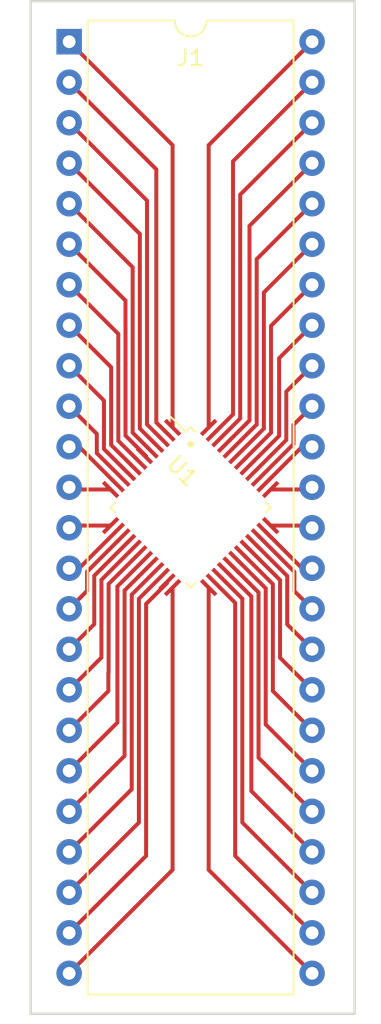
<source format=kicad_pcb>
(kicad_pcb (version 20171130) (host pcbnew "(5.0.1-3-g963ef8bb5)")

  (general
    (thickness 1.6)
    (drawings 5)
    (tracks 168)
    (zones 0)
    (modules 2)
    (nets 49)
  )

  (page A4)
  (layers
    (0 F.Cu signal)
    (31 B.Cu signal)
    (32 B.Adhes user)
    (33 F.Adhes user)
    (34 B.Paste user)
    (35 F.Paste user)
    (36 B.SilkS user)
    (37 F.SilkS user)
    (38 B.Mask user)
    (39 F.Mask user)
    (40 Dwgs.User user)
    (41 Cmts.User user)
    (42 Eco1.User user)
    (43 Eco2.User user)
    (44 Edge.Cuts user)
    (45 Margin user)
    (46 B.CrtYd user)
    (47 F.CrtYd user)
    (48 B.Fab user)
    (49 F.Fab user)
  )

  (setup
    (last_trace_width 0.25)
    (trace_clearance 0.2)
    (zone_clearance 0.508)
    (zone_45_only no)
    (trace_min 0.2)
    (segment_width 0.2)
    (edge_width 0.15)
    (via_size 0.8)
    (via_drill 0.4)
    (via_min_size 0.4)
    (via_min_drill 0.3)
    (uvia_size 0.3)
    (uvia_drill 0.1)
    (uvias_allowed no)
    (uvia_min_size 0.2)
    (uvia_min_drill 0.1)
    (pcb_text_width 0.3)
    (pcb_text_size 1.5 1.5)
    (mod_edge_width 0.15)
    (mod_text_size 1 1)
    (mod_text_width 0.15)
    (pad_size 1.524 1.524)
    (pad_drill 0.762)
    (pad_to_mask_clearance 0.051)
    (solder_mask_min_width 0.25)
    (aux_axis_origin 0 0)
    (visible_elements FFFFFF7F)
    (pcbplotparams
      (layerselection 0x010f0_ffffffff)
      (usegerberextensions false)
      (usegerberattributes false)
      (usegerberadvancedattributes false)
      (creategerberjobfile false)
      (excludeedgelayer true)
      (linewidth 0.100000)
      (plotframeref false)
      (viasonmask false)
      (mode 1)
      (useauxorigin false)
      (hpglpennumber 1)
      (hpglpenspeed 20)
      (hpglpendiameter 15.000000)
      (psnegative false)
      (psa4output false)
      (plotreference true)
      (plotvalue true)
      (plotinvisibletext false)
      (padsonsilk false)
      (subtractmaskfromsilk false)
      (outputformat 1)
      (mirror false)
      (drillshape 0)
      (scaleselection 1)
      (outputdirectory "out"))
  )

  (net 0 "")
  (net 1 /A1)
  (net 2 /A2)
  (net 3 /A3)
  (net 4 /A4)
  (net 5 /A5)
  (net 6 /A6)
  (net 7 /A7)
  (net 8 /A8)
  (net 9 /A9)
  (net 10 /A10)
  (net 11 /A11)
  (net 12 /A12)
  (net 13 /A13)
  (net 14 /A14)
  (net 15 /A15)
  (net 16 /A16)
  (net 17 /A17)
  (net 18 /A18)
  (net 19 /A19)
  (net 20 /A20)
  (net 21 /A21)
  (net 22 /A22)
  (net 23 /A23)
  (net 24 /A24)
  (net 25 /B24)
  (net 26 /B23)
  (net 27 /B22)
  (net 28 /B21)
  (net 29 /B20)
  (net 30 /B19)
  (net 31 /B18)
  (net 32 /B17)
  (net 33 /B16)
  (net 34 /B15)
  (net 35 /B14)
  (net 36 /B13)
  (net 37 /B12)
  (net 38 /B11)
  (net 39 /B10)
  (net 40 /B9)
  (net 41 /B8)
  (net 42 /B7)
  (net 43 /B6)
  (net 44 /B5)
  (net 45 /B4)
  (net 46 /B3)
  (net 47 /B2)
  (net 48 /B1)

  (net_class Default "This is the default net class."
    (clearance 0.2)
    (trace_width 0.25)
    (via_dia 0.8)
    (via_drill 0.4)
    (uvia_dia 0.3)
    (uvia_drill 0.1)
    (add_net /A1)
    (add_net /A10)
    (add_net /A11)
    (add_net /A12)
    (add_net /A13)
    (add_net /A14)
    (add_net /A15)
    (add_net /A16)
    (add_net /A17)
    (add_net /A18)
    (add_net /A19)
    (add_net /A2)
    (add_net /A20)
    (add_net /A21)
    (add_net /A22)
    (add_net /A23)
    (add_net /A24)
    (add_net /A3)
    (add_net /A4)
    (add_net /A5)
    (add_net /A6)
    (add_net /A7)
    (add_net /A8)
    (add_net /A9)
    (add_net /B1)
    (add_net /B10)
    (add_net /B11)
    (add_net /B12)
    (add_net /B13)
    (add_net /B14)
    (add_net /B15)
    (add_net /B16)
    (add_net /B17)
    (add_net /B18)
    (add_net /B19)
    (add_net /B2)
    (add_net /B20)
    (add_net /B21)
    (add_net /B22)
    (add_net /B23)
    (add_net /B24)
    (add_net /B3)
    (add_net /B4)
    (add_net /B5)
    (add_net /B6)
    (add_net /B7)
    (add_net /B8)
    (add_net /B9)
  )

  (module Package_DIP:DIP-48_W15.24mm (layer F.Cu) (tedit 5A02E8C5) (tstamp 62CDE76C)
    (at 101.473 63.5)
    (descr "48-lead though-hole mounted DIP package, row spacing 15.24 mm (600 mils)")
    (tags "THT DIP DIL PDIP 2.54mm 15.24mm 600mil")
    (path /62C1A27B)
    (fp_text reference J1 (at 7.62 1.016) (layer F.SilkS)
      (effects (font (size 1 1) (thickness 0.15)))
    )
    (fp_text value Conn_02x24_Counter_Clockwise (at 7.62 60.75) (layer F.Fab)
      (effects (font (size 1 1) (thickness 0.15)))
    )
    (fp_arc (start 7.62 -1.33) (end 6.62 -1.33) (angle -180) (layer F.SilkS) (width 0.12))
    (fp_line (start 1.255 -1.27) (end 14.985 -1.27) (layer F.Fab) (width 0.1))
    (fp_line (start 14.985 -1.27) (end 14.985 59.69) (layer F.Fab) (width 0.1))
    (fp_line (start 14.985 59.69) (end 0.255 59.69) (layer F.Fab) (width 0.1))
    (fp_line (start 0.255 59.69) (end 0.255 -0.27) (layer F.Fab) (width 0.1))
    (fp_line (start 0.255 -0.27) (end 1.255 -1.27) (layer F.Fab) (width 0.1))
    (fp_line (start 6.62 -1.33) (end 1.16 -1.33) (layer F.SilkS) (width 0.12))
    (fp_line (start 1.16 -1.33) (end 1.16 59.75) (layer F.SilkS) (width 0.12))
    (fp_line (start 1.16 59.75) (end 14.08 59.75) (layer F.SilkS) (width 0.12))
    (fp_line (start 14.08 59.75) (end 14.08 -1.33) (layer F.SilkS) (width 0.12))
    (fp_line (start 14.08 -1.33) (end 8.62 -1.33) (layer F.SilkS) (width 0.12))
    (fp_line (start -1.05 -1.55) (end -1.05 59.95) (layer F.CrtYd) (width 0.05))
    (fp_line (start -1.05 59.95) (end 16.3 59.95) (layer F.CrtYd) (width 0.05))
    (fp_line (start 16.3 59.95) (end 16.3 -1.55) (layer F.CrtYd) (width 0.05))
    (fp_line (start 16.3 -1.55) (end -1.05 -1.55) (layer F.CrtYd) (width 0.05))
    (fp_text user %R (at 7.62 29.21) (layer F.Fab)
      (effects (font (size 1 1) (thickness 0.15)))
    )
    (pad 1 thru_hole rect (at 0 0) (size 1.6 1.6) (drill 0.8) (layers *.Cu *.Mask)
      (net 1 /A1))
    (pad 25 thru_hole oval (at 15.24 58.42) (size 1.6 1.6) (drill 0.8) (layers *.Cu *.Mask)
      (net 25 /B24))
    (pad 2 thru_hole oval (at 0 2.54) (size 1.6 1.6) (drill 0.8) (layers *.Cu *.Mask)
      (net 2 /A2))
    (pad 26 thru_hole oval (at 15.24 55.88) (size 1.6 1.6) (drill 0.8) (layers *.Cu *.Mask)
      (net 26 /B23))
    (pad 3 thru_hole oval (at 0 5.08) (size 1.6 1.6) (drill 0.8) (layers *.Cu *.Mask)
      (net 3 /A3))
    (pad 27 thru_hole oval (at 15.24 53.34) (size 1.6 1.6) (drill 0.8) (layers *.Cu *.Mask)
      (net 27 /B22))
    (pad 4 thru_hole oval (at 0 7.62) (size 1.6 1.6) (drill 0.8) (layers *.Cu *.Mask)
      (net 4 /A4))
    (pad 28 thru_hole oval (at 15.24 50.8) (size 1.6 1.6) (drill 0.8) (layers *.Cu *.Mask)
      (net 28 /B21))
    (pad 5 thru_hole oval (at 0 10.16) (size 1.6 1.6) (drill 0.8) (layers *.Cu *.Mask)
      (net 5 /A5))
    (pad 29 thru_hole oval (at 15.24 48.26) (size 1.6 1.6) (drill 0.8) (layers *.Cu *.Mask)
      (net 29 /B20))
    (pad 6 thru_hole oval (at 0 12.7) (size 1.6 1.6) (drill 0.8) (layers *.Cu *.Mask)
      (net 6 /A6))
    (pad 30 thru_hole oval (at 15.24 45.72) (size 1.6 1.6) (drill 0.8) (layers *.Cu *.Mask)
      (net 30 /B19))
    (pad 7 thru_hole oval (at 0 15.24) (size 1.6 1.6) (drill 0.8) (layers *.Cu *.Mask)
      (net 7 /A7))
    (pad 31 thru_hole oval (at 15.24 43.18) (size 1.6 1.6) (drill 0.8) (layers *.Cu *.Mask)
      (net 31 /B18))
    (pad 8 thru_hole oval (at 0 17.78) (size 1.6 1.6) (drill 0.8) (layers *.Cu *.Mask)
      (net 8 /A8))
    (pad 32 thru_hole oval (at 15.24 40.64) (size 1.6 1.6) (drill 0.8) (layers *.Cu *.Mask)
      (net 32 /B17))
    (pad 9 thru_hole oval (at 0 20.32) (size 1.6 1.6) (drill 0.8) (layers *.Cu *.Mask)
      (net 9 /A9))
    (pad 33 thru_hole oval (at 15.24 38.1) (size 1.6 1.6) (drill 0.8) (layers *.Cu *.Mask)
      (net 33 /B16))
    (pad 10 thru_hole oval (at 0 22.86) (size 1.6 1.6) (drill 0.8) (layers *.Cu *.Mask)
      (net 10 /A10))
    (pad 34 thru_hole oval (at 15.24 35.56) (size 1.6 1.6) (drill 0.8) (layers *.Cu *.Mask)
      (net 34 /B15))
    (pad 11 thru_hole oval (at 0 25.4) (size 1.6 1.6) (drill 0.8) (layers *.Cu *.Mask)
      (net 11 /A11))
    (pad 35 thru_hole oval (at 15.24 33.02) (size 1.6 1.6) (drill 0.8) (layers *.Cu *.Mask)
      (net 35 /B14))
    (pad 12 thru_hole oval (at 0 27.94) (size 1.6 1.6) (drill 0.8) (layers *.Cu *.Mask)
      (net 12 /A12))
    (pad 36 thru_hole oval (at 15.24 30.48) (size 1.6 1.6) (drill 0.8) (layers *.Cu *.Mask)
      (net 36 /B13))
    (pad 13 thru_hole oval (at 0 30.48) (size 1.6 1.6) (drill 0.8) (layers *.Cu *.Mask)
      (net 13 /A13))
    (pad 37 thru_hole oval (at 15.24 27.94) (size 1.6 1.6) (drill 0.8) (layers *.Cu *.Mask)
      (net 37 /B12))
    (pad 14 thru_hole oval (at 0 33.02) (size 1.6 1.6) (drill 0.8) (layers *.Cu *.Mask)
      (net 14 /A14))
    (pad 38 thru_hole oval (at 15.24 25.4) (size 1.6 1.6) (drill 0.8) (layers *.Cu *.Mask)
      (net 38 /B11))
    (pad 15 thru_hole oval (at 0 35.56) (size 1.6 1.6) (drill 0.8) (layers *.Cu *.Mask)
      (net 15 /A15))
    (pad 39 thru_hole oval (at 15.24 22.86) (size 1.6 1.6) (drill 0.8) (layers *.Cu *.Mask)
      (net 39 /B10))
    (pad 16 thru_hole oval (at 0 38.1) (size 1.6 1.6) (drill 0.8) (layers *.Cu *.Mask)
      (net 16 /A16))
    (pad 40 thru_hole oval (at 15.24 20.32) (size 1.6 1.6) (drill 0.8) (layers *.Cu *.Mask)
      (net 40 /B9))
    (pad 17 thru_hole oval (at 0 40.64) (size 1.6 1.6) (drill 0.8) (layers *.Cu *.Mask)
      (net 17 /A17))
    (pad 41 thru_hole oval (at 15.24 17.78) (size 1.6 1.6) (drill 0.8) (layers *.Cu *.Mask)
      (net 41 /B8))
    (pad 18 thru_hole oval (at 0 43.18) (size 1.6 1.6) (drill 0.8) (layers *.Cu *.Mask)
      (net 18 /A18))
    (pad 42 thru_hole oval (at 15.24 15.24) (size 1.6 1.6) (drill 0.8) (layers *.Cu *.Mask)
      (net 42 /B7))
    (pad 19 thru_hole oval (at 0 45.72) (size 1.6 1.6) (drill 0.8) (layers *.Cu *.Mask)
      (net 19 /A19))
    (pad 43 thru_hole oval (at 15.24 12.7) (size 1.6 1.6) (drill 0.8) (layers *.Cu *.Mask)
      (net 43 /B6))
    (pad 20 thru_hole oval (at 0 48.26) (size 1.6 1.6) (drill 0.8) (layers *.Cu *.Mask)
      (net 20 /A20))
    (pad 44 thru_hole oval (at 15.24 10.16) (size 1.6 1.6) (drill 0.8) (layers *.Cu *.Mask)
      (net 44 /B5))
    (pad 21 thru_hole oval (at 0 50.8) (size 1.6 1.6) (drill 0.8) (layers *.Cu *.Mask)
      (net 21 /A21))
    (pad 45 thru_hole oval (at 15.24 7.62) (size 1.6 1.6) (drill 0.8) (layers *.Cu *.Mask)
      (net 45 /B4))
    (pad 22 thru_hole oval (at 0 53.34) (size 1.6 1.6) (drill 0.8) (layers *.Cu *.Mask)
      (net 22 /A22))
    (pad 46 thru_hole oval (at 15.24 5.08) (size 1.6 1.6) (drill 0.8) (layers *.Cu *.Mask)
      (net 46 /B3))
    (pad 23 thru_hole oval (at 0 55.88) (size 1.6 1.6) (drill 0.8) (layers *.Cu *.Mask)
      (net 23 /A23))
    (pad 47 thru_hole oval (at 15.24 2.54) (size 1.6 1.6) (drill 0.8) (layers *.Cu *.Mask)
      (net 47 /B2))
    (pad 24 thru_hole oval (at 0 58.42) (size 1.6 1.6) (drill 0.8) (layers *.Cu *.Mask)
      (net 24 /A24))
    (pad 48 thru_hole oval (at 15.24 0) (size 1.6 1.6) (drill 0.8) (layers *.Cu *.Mask)
      (net 48 /B1))
    (model ${KISYS3DMOD}/Package_DIP.3dshapes/DIP-48_W15.24mm.wrl
      (at (xyz 0 0 0))
      (scale (xyz 1 1 1))
      (rotate (xyz 0 0 0))
    )
  )

  (module Package_QFP:LQFP-48_7x7mm_P0.5mm (layer F.Cu) (tedit 5A5E2375) (tstamp 62CDE639)
    (at 109.093 92.71 315)
    (descr "48 LEAD LQFP 7x7mm (see MICREL LQFP7x7-48LD-PL-1.pdf)")
    (tags "QFP 0.5")
    (path /62C19F25)
    (attr smd)
    (fp_text reference U1 (at -1.975656 -1.257236 315) (layer F.SilkS)
      (effects (font (size 1 1) (thickness 0.15)))
    )
    (fp_text value NUC029LAN (at 0 6 315) (layer F.Fab)
      (effects (font (size 1 1) (thickness 0.15)))
    )
    (fp_line (start 3.13 3.75) (end 3.75 3.75) (layer F.CrtYd) (width 0.05))
    (fp_line (start 3.75 3.13) (end 3.75 3.75) (layer F.CrtYd) (width 0.05))
    (fp_line (start 3.13 5.25) (end 3.13 3.75) (layer F.CrtYd) (width 0.05))
    (fp_text user %R (at 0 0 315) (layer F.Fab)
      (effects (font (size 1 1) (thickness 0.15)))
    )
    (fp_line (start -2.5 -3.5) (end 3.5 -3.5) (layer F.Fab) (width 0.1))
    (fp_line (start 3.5 -3.5) (end 3.5 3.5) (layer F.Fab) (width 0.1))
    (fp_line (start 3.5 3.5) (end -3.5 3.5) (layer F.Fab) (width 0.1))
    (fp_line (start -3.5 3.5) (end -3.5 -2.5) (layer F.Fab) (width 0.1))
    (fp_line (start -3.5 -2.5) (end -2.5 -3.5) (layer F.Fab) (width 0.1))
    (fp_line (start -5.25 -3.13) (end -5.25 3.13) (layer F.CrtYd) (width 0.05))
    (fp_line (start 5.25 -3.13) (end 5.25 3.13) (layer F.CrtYd) (width 0.05))
    (fp_line (start -3.13 -5.25) (end 3.13 -5.25) (layer F.CrtYd) (width 0.05))
    (fp_line (start -3.13 5.25) (end 3.13 5.25) (layer F.CrtYd) (width 0.05))
    (fp_line (start 3.56 -3.56) (end 3.56 -3.14) (layer F.SilkS) (width 0.12))
    (fp_line (start 3.56 3.56) (end 3.56 3.14) (layer F.SilkS) (width 0.12))
    (fp_line (start -3.56 3.56) (end -3.56 3.14) (layer F.SilkS) (width 0.12))
    (fp_line (start -3.56 -3.56) (end -3.14 -3.56) (layer F.SilkS) (width 0.12))
    (fp_line (start 3.56 3.56) (end 3.14 3.56) (layer F.SilkS) (width 0.12))
    (fp_line (start 3.56 -3.56) (end 3.14 -3.56) (layer F.SilkS) (width 0.12))
    (fp_line (start -3.56 -3.14) (end -4.94 -3.14) (layer F.SilkS) (width 0.12))
    (fp_line (start -3.56 -3.56) (end -3.56 -3.14) (layer F.SilkS) (width 0.12))
    (fp_line (start -3.56 3.56) (end -3.14 3.56) (layer F.SilkS) (width 0.12))
    (fp_line (start 3.75 3.13) (end 5.25 3.13) (layer F.CrtYd) (width 0.05))
    (fp_line (start 3.75 -3.13) (end 5.25 -3.13) (layer F.CrtYd) (width 0.05))
    (fp_line (start 3.13 -3.75) (end 3.13 -5.25) (layer F.CrtYd) (width 0.05))
    (fp_line (start -3.13 -3.75) (end -3.13 -5.25) (layer F.CrtYd) (width 0.05))
    (fp_line (start -3.75 -3.13) (end -5.25 -3.13) (layer F.CrtYd) (width 0.05))
    (fp_line (start -3.75 3.13) (end -5.25 3.13) (layer F.CrtYd) (width 0.05))
    (fp_line (start -3.13 3.75) (end -3.13 5.25) (layer F.CrtYd) (width 0.05))
    (fp_line (start 3.13 -3.75) (end 3.75 -3.75) (layer F.CrtYd) (width 0.05))
    (fp_line (start 3.75 -3.13) (end 3.75 -3.75) (layer F.CrtYd) (width 0.05))
    (fp_line (start -3.75 3.13) (end -3.75 3.75) (layer F.CrtYd) (width 0.05))
    (fp_line (start -3.13 3.75) (end -3.75 3.75) (layer F.CrtYd) (width 0.05))
    (fp_line (start -3.75 -3.13) (end -3.75 -3.75) (layer F.CrtYd) (width 0.05))
    (fp_line (start -3.13 -3.75) (end -3.75 -3.75) (layer F.CrtYd) (width 0.05))
    (pad 1 smd rect (at -4.35 -2.75 315) (size 1.3 0.25) (layers F.Cu F.Paste F.Mask)
      (net 1 /A1))
    (pad 2 smd rect (at -4.35 -2.25 315) (size 1.3 0.25) (layers F.Cu F.Paste F.Mask)
      (net 2 /A2))
    (pad 3 smd rect (at -4.35 -1.749999 315) (size 1.3 0.25) (layers F.Cu F.Paste F.Mask)
      (net 3 /A3))
    (pad 4 smd rect (at -4.35 -1.25 315) (size 1.3 0.25) (layers F.Cu F.Paste F.Mask)
      (net 4 /A4))
    (pad 5 smd rect (at -4.35 -0.750001 315) (size 1.3 0.25) (layers F.Cu F.Paste F.Mask)
      (net 5 /A5))
    (pad 6 smd rect (at -4.35 -0.25 315) (size 1.3 0.25) (layers F.Cu F.Paste F.Mask)
      (net 6 /A6))
    (pad 7 smd rect (at -4.35 0.25 315) (size 1.3 0.25) (layers F.Cu F.Paste F.Mask)
      (net 7 /A7))
    (pad 8 smd rect (at -4.35 0.750001 315) (size 1.3 0.25) (layers F.Cu F.Paste F.Mask)
      (net 8 /A8))
    (pad 9 smd rect (at -4.35 1.25 315) (size 1.3 0.25) (layers F.Cu F.Paste F.Mask)
      (net 9 /A9))
    (pad 10 smd rect (at -4.35 1.749999 315) (size 1.3 0.25) (layers F.Cu F.Paste F.Mask)
      (net 10 /A10))
    (pad 11 smd rect (at -4.35 2.25 315) (size 1.3 0.25) (layers F.Cu F.Paste F.Mask)
      (net 11 /A11))
    (pad 12 smd rect (at -4.35 2.75 315) (size 1.3 0.25) (layers F.Cu F.Paste F.Mask)
      (net 12 /A12))
    (pad 13 smd rect (at -2.75 4.35 45) (size 1.3 0.25) (layers F.Cu F.Paste F.Mask)
      (net 13 /A13))
    (pad 14 smd rect (at -2.25 4.35 45) (size 1.3 0.25) (layers F.Cu F.Paste F.Mask)
      (net 14 /A14))
    (pad 15 smd rect (at -1.749999 4.35 45) (size 1.3 0.25) (layers F.Cu F.Paste F.Mask)
      (net 15 /A15))
    (pad 16 smd rect (at -1.25 4.35 45) (size 1.3 0.25) (layers F.Cu F.Paste F.Mask)
      (net 16 /A16))
    (pad 17 smd rect (at -0.750001 4.35 45) (size 1.3 0.25) (layers F.Cu F.Paste F.Mask)
      (net 17 /A17))
    (pad 18 smd rect (at -0.25 4.35 45) (size 1.3 0.25) (layers F.Cu F.Paste F.Mask)
      (net 18 /A18))
    (pad 19 smd rect (at 0.25 4.35 45) (size 1.3 0.25) (layers F.Cu F.Paste F.Mask)
      (net 19 /A19))
    (pad 20 smd rect (at 0.750001 4.35 45) (size 1.3 0.25) (layers F.Cu F.Paste F.Mask)
      (net 20 /A20))
    (pad 21 smd rect (at 1.25 4.35 45) (size 1.3 0.25) (layers F.Cu F.Paste F.Mask)
      (net 21 /A21))
    (pad 22 smd rect (at 1.749999 4.35 45) (size 1.3 0.25) (layers F.Cu F.Paste F.Mask)
      (net 22 /A22))
    (pad 23 smd rect (at 2.25 4.35 45) (size 1.3 0.25) (layers F.Cu F.Paste F.Mask)
      (net 23 /A23))
    (pad 24 smd rect (at 2.75 4.35 45) (size 1.3 0.25) (layers F.Cu F.Paste F.Mask)
      (net 24 /A24))
    (pad 25 smd rect (at 4.35 2.75 315) (size 1.3 0.25) (layers F.Cu F.Paste F.Mask)
      (net 25 /B24))
    (pad 26 smd rect (at 4.35 2.25 315) (size 1.3 0.25) (layers F.Cu F.Paste F.Mask)
      (net 26 /B23))
    (pad 27 smd rect (at 4.35 1.749999 315) (size 1.3 0.25) (layers F.Cu F.Paste F.Mask)
      (net 27 /B22))
    (pad 28 smd rect (at 4.35 1.25 315) (size 1.3 0.25) (layers F.Cu F.Paste F.Mask)
      (net 28 /B21))
    (pad 29 smd rect (at 4.35 0.750001 315) (size 1.3 0.25) (layers F.Cu F.Paste F.Mask)
      (net 29 /B20))
    (pad 30 smd rect (at 4.35 0.25 315) (size 1.3 0.25) (layers F.Cu F.Paste F.Mask)
      (net 30 /B19))
    (pad 31 smd rect (at 4.35 -0.25 315) (size 1.3 0.25) (layers F.Cu F.Paste F.Mask)
      (net 31 /B18))
    (pad 32 smd rect (at 4.35 -0.750001 315) (size 1.3 0.25) (layers F.Cu F.Paste F.Mask)
      (net 32 /B17))
    (pad 33 smd rect (at 4.35 -1.25 315) (size 1.3 0.25) (layers F.Cu F.Paste F.Mask)
      (net 33 /B16))
    (pad 34 smd rect (at 4.35 -1.749999 315) (size 1.3 0.25) (layers F.Cu F.Paste F.Mask)
      (net 34 /B15))
    (pad 35 smd rect (at 4.35 -2.25 315) (size 1.3 0.25) (layers F.Cu F.Paste F.Mask)
      (net 35 /B14))
    (pad 36 smd rect (at 4.35 -2.75 315) (size 1.3 0.25) (layers F.Cu F.Paste F.Mask)
      (net 36 /B13))
    (pad 37 smd rect (at 2.75 -4.35 45) (size 1.3 0.25) (layers F.Cu F.Paste F.Mask)
      (net 37 /B12))
    (pad 38 smd rect (at 2.25 -4.35 45) (size 1.3 0.25) (layers F.Cu F.Paste F.Mask)
      (net 38 /B11))
    (pad 39 smd rect (at 1.749999 -4.35 45) (size 1.3 0.25) (layers F.Cu F.Paste F.Mask)
      (net 39 /B10))
    (pad 40 smd rect (at 1.25 -4.35 45) (size 1.3 0.25) (layers F.Cu F.Paste F.Mask)
      (net 40 /B9))
    (pad 41 smd rect (at 0.750001 -4.35 45) (size 1.3 0.25) (layers F.Cu F.Paste F.Mask)
      (net 41 /B8))
    (pad 42 smd rect (at 0.25 -4.35 45) (size 1.3 0.25) (layers F.Cu F.Paste F.Mask)
      (net 42 /B7))
    (pad 43 smd rect (at -0.25 -4.35 45) (size 1.3 0.25) (layers F.Cu F.Paste F.Mask)
      (net 43 /B6))
    (pad 44 smd rect (at -0.750001 -4.35 45) (size 1.3 0.25) (layers F.Cu F.Paste F.Mask)
      (net 44 /B5))
    (pad 45 smd rect (at -1.25 -4.35 45) (size 1.3 0.25) (layers F.Cu F.Paste F.Mask)
      (net 45 /B4))
    (pad 46 smd rect (at -1.749999 -4.35 45) (size 1.3 0.25) (layers F.Cu F.Paste F.Mask)
      (net 46 /B3))
    (pad 47 smd rect (at -2.25 -4.35 45) (size 1.3 0.25) (layers F.Cu F.Paste F.Mask)
      (net 47 /B2))
    (pad 48 smd rect (at -2.75 -4.35 45) (size 1.3 0.25) (layers F.Cu F.Paste F.Mask)
      (net 48 /B1))
    (model ${KISYS3DMOD}/Package_QFP.3dshapes/LQFP-48_7x7mm_P0.5mm.wrl
      (at (xyz 0 0 0))
      (scale (xyz 1 1 1))
      (rotate (xyz 0 0 0))
    )
  )

  (gr_line (start 99.06 124.46) (end 99.06 60.96) (layer Edge.Cuts) (width 0.15))
  (gr_line (start 119.38 124.46) (end 99.06 124.46) (layer Edge.Cuts) (width 0.15))
  (gr_line (start 119.38 60.96) (end 119.38 124.46) (layer Edge.Cuts) (width 0.15))
  (gr_line (start 99.06 60.96) (end 119.38 60.96) (layer Edge.Cuts) (width 0.15))
  (gr_text . (at 109.093 88.138) (layer F.SilkS)
    (effects (font (size 1.5 1.5) (thickness 0.3)))
  )

  (segment (start 107.961629 87.689542) (end 107.961629 69.988629) (width 0.25) (layer F.Cu) (net 1))
  (segment (start 107.961629 69.988629) (end 101.473 63.5) (width 0.25) (layer F.Cu) (net 1))
  (segment (start 106.940981 71.507981) (end 102.272999 66.839999) (width 0.25) (layer F.Cu) (net 2))
  (segment (start 106.940981 87.376) (end 106.940981 71.507981) (width 0.25) (layer F.Cu) (net 2))
  (segment (start 102.272999 66.839999) (end 101.473 66.04) (width 0.25) (layer F.Cu) (net 2))
  (segment (start 107.608076 88.043095) (end 106.940981 87.376) (width 0.25) (layer F.Cu) (net 2))
  (segment (start 106.356989 73.463989) (end 102.272999 69.379999) (width 0.25) (layer F.Cu) (net 3))
  (segment (start 102.272999 69.379999) (end 101.473 68.58) (width 0.25) (layer F.Cu) (net 3))
  (segment (start 106.356989 87.499116) (end 106.356989 73.463989) (width 0.25) (layer F.Cu) (net 3))
  (segment (start 107.254522 88.396649) (end 106.356989 87.499116) (width 0.25) (layer F.Cu) (net 3))
  (segment (start 105.906978 75.553978) (end 102.272999 71.919999) (width 0.25) (layer F.Cu) (net 4))
  (segment (start 106.900969 88.750202) (end 105.906978 87.756211) (width 0.25) (layer F.Cu) (net 4))
  (segment (start 102.272999 71.919999) (end 101.473 71.12) (width 0.25) (layer F.Cu) (net 4))
  (segment (start 105.906978 87.756211) (end 105.906978 75.553978) (width 0.25) (layer F.Cu) (net 4))
  (segment (start 105.456967 88.013306) (end 106.017087 88.573426) (width 0.25) (layer F.Cu) (net 5))
  (segment (start 106.017087 88.573426) (end 106.547416 89.103755) (width 0.25) (layer F.Cu) (net 5))
  (segment (start 105.456967 77.643967) (end 105.456967 88.013306) (width 0.25) (layer F.Cu) (net 5))
  (segment (start 101.473 73.66) (end 105.456967 77.643967) (width 0.25) (layer F.Cu) (net 5))
  (segment (start 105.006956 79.733956) (end 105.006956 88.199707) (width 0.25) (layer F.Cu) (net 6))
  (segment (start 101.473 76.2) (end 105.006956 79.733956) (width 0.25) (layer F.Cu) (net 6))
  (segment (start 105.006956 88.199707) (end 106.299 89.491751) (width 0.25) (layer F.Cu) (net 6))
  (segment (start 104.556945 88.527498) (end 104.556945 81.823945) (width 0.25) (layer F.Cu) (net 7))
  (segment (start 105.840309 89.810862) (end 104.556945 88.527498) (width 0.25) (layer F.Cu) (net 7))
  (segment (start 102.272999 79.539999) (end 101.473 78.74) (width 0.25) (layer F.Cu) (net 7))
  (segment (start 104.556945 81.823945) (end 102.272999 79.539999) (width 0.25) (layer F.Cu) (net 7))
  (segment (start 102.272999 82.079999) (end 101.473 81.28) (width 0.25) (layer F.Cu) (net 8))
  (segment (start 104.106934 88.784595) (end 104.106934 83.913934) (width 0.25) (layer F.Cu) (net 8))
  (segment (start 105.486755 90.164416) (end 104.106934 88.784595) (width 0.25) (layer F.Cu) (net 8))
  (segment (start 104.106934 83.913934) (end 102.272999 82.079999) (width 0.25) (layer F.Cu) (net 8))
  (segment (start 103.656923 89.04169) (end 103.656923 86.003923) (width 0.25) (layer F.Cu) (net 9))
  (segment (start 103.656923 86.003923) (end 102.272999 84.619999) (width 0.25) (layer F.Cu) (net 9))
  (segment (start 105.133202 90.517969) (end 103.656923 89.04169) (width 0.25) (layer F.Cu) (net 9))
  (segment (start 102.272999 84.619999) (end 101.473 83.82) (width 0.25) (layer F.Cu) (net 9))
  (segment (start 103.206912 88.093913) (end 102.272999 87.159999) (width 0.25) (layer F.Cu) (net 10))
  (segment (start 103.206912 89.298785) (end 103.206912 88.093913) (width 0.25) (layer F.Cu) (net 10))
  (segment (start 104.779649 90.871522) (end 103.206912 89.298785) (width 0.25) (layer F.Cu) (net 10))
  (segment (start 102.272999 87.159999) (end 101.473 86.36) (width 0.25) (layer F.Cu) (net 10))
  (segment (start 102.101019 88.9) (end 101.473 88.9) (width 0.25) (layer F.Cu) (net 11))
  (segment (start 104.426095 91.225076) (end 102.101019 88.9) (width 0.25) (layer F.Cu) (net 11))
  (segment (start 101.611629 91.578629) (end 101.473 91.44) (width 0.25) (layer F.Cu) (net 12))
  (segment (start 104.072542 91.578629) (end 101.611629 91.578629) (width 0.25) (layer F.Cu) (net 12))
  (segment (start 101.611629 93.841371) (end 101.473 93.98) (width 0.25) (layer F.Cu) (net 13))
  (segment (start 104.072542 93.841371) (end 101.611629 93.841371) (width 0.25) (layer F.Cu) (net 13))
  (segment (start 102.101019 96.52) (end 101.473 96.52) (width 0.25) (layer F.Cu) (net 14))
  (segment (start 104.426095 94.194924) (end 102.101019 96.52) (width 0.25) (layer F.Cu) (net 14))
  (segment (start 104.24932 95.078807) (end 104.779649 94.548478) (width 0.25) (layer F.Cu) (net 15))
  (segment (start 102.598001 97.934999) (end 102.598001 96.730126) (width 0.25) (layer F.Cu) (net 15))
  (segment (start 102.598001 96.730126) (end 104.24932 95.078807) (width 0.25) (layer F.Cu) (net 15))
  (segment (start 101.473 99.06) (end 102.598001 97.934999) (width 0.25) (layer F.Cu) (net 15))
  (segment (start 105.133202 94.902031) (end 103.048012 96.987221) (width 0.25) (layer F.Cu) (net 16))
  (segment (start 103.048012 100.024988) (end 102.272999 100.800001) (width 0.25) (layer F.Cu) (net 16))
  (segment (start 102.272999 100.800001) (end 101.473 101.6) (width 0.25) (layer F.Cu) (net 16))
  (segment (start 103.048012 96.987221) (end 103.048012 100.024988) (width 0.25) (layer F.Cu) (net 16))
  (segment (start 103.498023 97.244316) (end 103.498023 102.114977) (width 0.25) (layer F.Cu) (net 17))
  (segment (start 103.498023 102.114977) (end 102.272999 103.340001) (width 0.25) (layer F.Cu) (net 17))
  (segment (start 102.272999 103.340001) (end 101.473 104.14) (width 0.25) (layer F.Cu) (net 17))
  (segment (start 105.486755 95.255584) (end 103.498023 97.244316) (width 0.25) (layer F.Cu) (net 17))
  (segment (start 102.272999 105.880001) (end 101.473 106.68) (width 0.25) (layer F.Cu) (net 18))
  (segment (start 103.932969 103.072799) (end 103.932969 104.220031) (width 0.25) (layer F.Cu) (net 18))
  (segment (start 103.948034 103.057734) (end 103.932969 103.072799) (width 0.25) (layer F.Cu) (net 18))
  (segment (start 103.948034 97.501413) (end 103.948034 103.057734) (width 0.25) (layer F.Cu) (net 18))
  (segment (start 105.840309 95.609138) (end 103.948034 97.501413) (width 0.25) (layer F.Cu) (net 18))
  (segment (start 103.932969 104.220031) (end 102.272999 105.880001) (width 0.25) (layer F.Cu) (net 18))
  (segment (start 102.272999 108.420001) (end 101.473 109.22) (width 0.25) (layer F.Cu) (net 19))
  (segment (start 106.193862 95.962691) (end 104.498956 97.657597) (width 0.25) (layer F.Cu) (net 19))
  (segment (start 104.498956 97.657597) (end 104.498956 106.194044) (width 0.25) (layer F.Cu) (net 19))
  (segment (start 104.498956 106.194044) (end 102.272999 108.420001) (width 0.25) (layer F.Cu) (net 19))
  (segment (start 102.272999 110.960001) (end 101.473 111.76) (width 0.25) (layer F.Cu) (net 20))
  (segment (start 104.948967 97.914694) (end 104.948967 108.284033) (width 0.25) (layer F.Cu) (net 20))
  (segment (start 106.547416 96.316245) (end 104.948967 97.914694) (width 0.25) (layer F.Cu) (net 20))
  (segment (start 104.948967 108.284033) (end 102.272999 110.960001) (width 0.25) (layer F.Cu) (net 20))
  (segment (start 102.272999 113.500001) (end 101.473 114.3) (width 0.25) (layer F.Cu) (net 21))
  (segment (start 105.398978 98.171789) (end 105.398978 110.374022) (width 0.25) (layer F.Cu) (net 21))
  (segment (start 106.900969 96.669798) (end 105.398978 98.171789) (width 0.25) (layer F.Cu) (net 21))
  (segment (start 105.398978 110.374022) (end 102.272999 113.500001) (width 0.25) (layer F.Cu) (net 21))
  (segment (start 105.848989 98.428884) (end 105.848989 112.464011) (width 0.25) (layer F.Cu) (net 22))
  (segment (start 107.254522 97.023351) (end 105.848989 98.428884) (width 0.25) (layer F.Cu) (net 22))
  (segment (start 105.848989 112.464011) (end 102.272999 116.040001) (width 0.25) (layer F.Cu) (net 22))
  (segment (start 102.272999 116.040001) (end 101.473 116.84) (width 0.25) (layer F.Cu) (net 22))
  (segment (start 107.608076 97.447599) (end 106.299 98.756675) (width 0.25) (layer F.Cu) (net 23))
  (segment (start 107.608076 97.376905) (end 107.608076 97.447599) (width 0.25) (layer F.Cu) (net 23))
  (segment (start 106.299 98.756675) (end 106.299 114.554) (width 0.25) (layer F.Cu) (net 23))
  (segment (start 106.299 114.554) (end 101.473 119.38) (width 0.25) (layer F.Cu) (net 23))
  (segment (start 107.961629 115.431371) (end 101.473 121.92) (width 0.25) (layer F.Cu) (net 24))
  (segment (start 107.961629 97.730458) (end 107.961629 115.431371) (width 0.25) (layer F.Cu) (net 24))
  (segment (start 110.224371 115.431371) (end 116.713 121.92) (width 0.25) (layer F.Cu) (net 25))
  (segment (start 110.224371 97.730458) (end 110.224371 115.431371) (width 0.25) (layer F.Cu) (net 25))
  (segment (start 111.887 98.685981) (end 111.108253 97.907234) (width 0.25) (layer F.Cu) (net 26))
  (segment (start 111.887 114.554) (end 111.887 98.685981) (width 0.25) (layer F.Cu) (net 26))
  (segment (start 111.108253 97.907234) (end 110.577924 97.376905) (width 0.25) (layer F.Cu) (net 26))
  (segment (start 116.713 119.38) (end 111.887 114.554) (width 0.25) (layer F.Cu) (net 26))
  (segment (start 112.337011 98.428884) (end 112.337011 112.464011) (width 0.25) (layer F.Cu) (net 27))
  (segment (start 110.931478 97.023351) (end 112.337011 98.428884) (width 0.25) (layer F.Cu) (net 27))
  (segment (start 112.337011 112.464011) (end 115.913001 116.040001) (width 0.25) (layer F.Cu) (net 27))
  (segment (start 115.913001 116.040001) (end 116.713 116.84) (width 0.25) (layer F.Cu) (net 27))
  (segment (start 112.903 98.287767) (end 111.285031 96.669798) (width 0.25) (layer F.Cu) (net 28))
  (segment (start 112.903 110.49) (end 112.903 98.287767) (width 0.25) (layer F.Cu) (net 28))
  (segment (start 116.713 114.3) (end 112.903 110.49) (width 0.25) (layer F.Cu) (net 28))
  (segment (start 115.913001 110.960001) (end 116.713 111.76) (width 0.25) (layer F.Cu) (net 29))
  (segment (start 113.353011 108.400011) (end 115.913001 110.960001) (width 0.25) (layer F.Cu) (net 29))
  (segment (start 111.638584 96.316245) (end 113.353011 98.030672) (width 0.25) (layer F.Cu) (net 29))
  (segment (start 113.353011 98.030672) (end 113.353011 108.400011) (width 0.25) (layer F.Cu) (net 29))
  (segment (start 113.803022 97.773575) (end 113.803022 106.310022) (width 0.25) (layer F.Cu) (net 30))
  (segment (start 113.803022 106.310022) (end 115.913001 108.420001) (width 0.25) (layer F.Cu) (net 30))
  (segment (start 115.913001 108.420001) (end 116.713 109.22) (width 0.25) (layer F.Cu) (net 30))
  (segment (start 111.992138 95.962691) (end 113.803022 97.773575) (width 0.25) (layer F.Cu) (net 30))
  (segment (start 112.345691 95.609138) (end 114.253033 97.51648) (width 0.25) (layer F.Cu) (net 31))
  (segment (start 115.913001 105.880001) (end 116.713 106.68) (width 0.25) (layer F.Cu) (net 31))
  (segment (start 114.253033 97.51648) (end 114.253033 104.220033) (width 0.25) (layer F.Cu) (net 31))
  (segment (start 114.253033 104.220033) (end 115.913001 105.880001) (width 0.25) (layer F.Cu) (net 31))
  (segment (start 113.229574 95.785913) (end 112.699245 95.255584) (width 0.25) (layer F.Cu) (net 32))
  (segment (start 116.713 104.14) (end 114.703044 102.130044) (width 0.25) (layer F.Cu) (net 32))
  (segment (start 114.703044 102.130044) (end 114.703044 97.259383) (width 0.25) (layer F.Cu) (net 32))
  (segment (start 114.703044 97.259383) (end 113.229574 95.785913) (width 0.25) (layer F.Cu) (net 32))
  (segment (start 113.583127 95.43236) (end 113.052798 94.902031) (width 0.25) (layer F.Cu) (net 33))
  (segment (start 115.153055 100.040055) (end 115.153055 97.002288) (width 0.25) (layer F.Cu) (net 33))
  (segment (start 115.153055 97.002288) (end 113.583127 95.43236) (width 0.25) (layer F.Cu) (net 33))
  (segment (start 116.713 101.6) (end 115.153055 100.040055) (width 0.25) (layer F.Cu) (net 33))
  (segment (start 115.603066 96.745193) (end 113.93668 95.078807) (width 0.25) (layer F.Cu) (net 34))
  (segment (start 115.603066 97.950066) (end 115.603066 96.745193) (width 0.25) (layer F.Cu) (net 34))
  (segment (start 113.93668 95.078807) (end 113.406351 94.548478) (width 0.25) (layer F.Cu) (net 34))
  (segment (start 116.713 99.06) (end 115.603066 97.950066) (width 0.25) (layer F.Cu) (net 34))
  (segment (start 116.084981 96.52) (end 116.713 96.52) (width 0.25) (layer F.Cu) (net 35))
  (segment (start 113.759905 94.194924) (end 116.084981 96.52) (width 0.25) (layer F.Cu) (net 35))
  (segment (start 116.574371 93.841371) (end 116.713 93.98) (width 0.25) (layer F.Cu) (net 36))
  (segment (start 114.113458 93.841371) (end 116.574371 93.841371) (width 0.25) (layer F.Cu) (net 36))
  (segment (start 116.574371 91.578629) (end 116.713 91.44) (width 0.25) (layer F.Cu) (net 37))
  (segment (start 114.113458 91.578629) (end 116.574371 91.578629) (width 0.25) (layer F.Cu) (net 37))
  (segment (start 116.084981 88.9) (end 116.713 88.9) (width 0.25) (layer F.Cu) (net 38))
  (segment (start 113.759905 91.225076) (end 116.084981 88.9) (width 0.25) (layer F.Cu) (net 38))
  (segment (start 115.545075 88.732798) (end 115.545075 87.527925) (width 0.25) (layer F.Cu) (net 39))
  (segment (start 115.913001 87.159999) (end 116.713 86.36) (width 0.25) (layer F.Cu) (net 39))
  (segment (start 113.406351 90.871522) (end 115.545075 88.732798) (width 0.25) (layer F.Cu) (net 39))
  (segment (start 115.545075 87.527925) (end 115.913001 87.159999) (width 0.25) (layer F.Cu) (net 39))
  (segment (start 115.913001 84.619999) (end 116.713 83.82) (width 0.25) (layer F.Cu) (net 40))
  (segment (start 115.095064 85.437936) (end 115.913001 84.619999) (width 0.25) (layer F.Cu) (net 40))
  (segment (start 113.052798 90.517969) (end 115.095064 88.475703) (width 0.25) (layer F.Cu) (net 40))
  (segment (start 115.095064 88.475703) (end 115.095064 85.437936) (width 0.25) (layer F.Cu) (net 40))
  (segment (start 112.699245 90.164416) (end 114.645053 88.218608) (width 0.25) (layer F.Cu) (net 41))
  (segment (start 115.913001 82.079999) (end 116.713 81.28) (width 0.25) (layer F.Cu) (net 41))
  (segment (start 114.645053 83.347947) (end 115.913001 82.079999) (width 0.25) (layer F.Cu) (net 41))
  (segment (start 114.645053 88.218608) (end 114.645053 83.347947) (width 0.25) (layer F.Cu) (net 41))
  (segment (start 114.137053 81.315947) (end 115.913001 79.539999) (width 0.25) (layer F.Cu) (net 42))
  (segment (start 115.913001 79.539999) (end 116.713 78.74) (width 0.25) (layer F.Cu) (net 42))
  (segment (start 114.137053 88.0195) (end 114.137053 81.315947) (width 0.25) (layer F.Cu) (net 42))
  (segment (start 112.345691 89.810862) (end 114.137053 88.0195) (width 0.25) (layer F.Cu) (net 42))
  (segment (start 115.913001 76.999999) (end 116.713 76.2) (width 0.25) (layer F.Cu) (net 43))
  (segment (start 113.687042 87.762405) (end 113.687042 79.225958) (width 0.25) (layer F.Cu) (net 43))
  (segment (start 113.687042 79.225958) (end 115.913001 76.999999) (width 0.25) (layer F.Cu) (net 43))
  (segment (start 111.992138 89.457309) (end 113.687042 87.762405) (width 0.25) (layer F.Cu) (net 43))
  (segment (start 113.237031 87.505308) (end 113.237031 77.135969) (width 0.25) (layer F.Cu) (net 44))
  (segment (start 111.638584 89.103755) (end 113.237031 87.505308) (width 0.25) (layer F.Cu) (net 44))
  (segment (start 115.913001 74.459999) (end 116.713 73.66) (width 0.25) (layer F.Cu) (net 44))
  (segment (start 113.237031 77.135969) (end 115.913001 74.459999) (width 0.25) (layer F.Cu) (net 44))
  (segment (start 111.285031 88.750202) (end 112.78702 87.248213) (width 0.25) (layer F.Cu) (net 45))
  (segment (start 112.78702 87.248213) (end 112.78702 75.04598) (width 0.25) (layer F.Cu) (net 45))
  (segment (start 112.78702 75.04598) (end 115.913001 71.919999) (width 0.25) (layer F.Cu) (net 45))
  (segment (start 115.913001 71.919999) (end 116.713 71.12) (width 0.25) (layer F.Cu) (net 45))
  (segment (start 115.913001 69.379999) (end 116.713 68.58) (width 0.25) (layer F.Cu) (net 46))
  (segment (start 112.20303 87.125097) (end 112.20303 73.08997) (width 0.25) (layer F.Cu) (net 46))
  (segment (start 112.20303 73.08997) (end 115.913001 69.379999) (width 0.25) (layer F.Cu) (net 46))
  (segment (start 110.931478 88.396649) (end 112.20303 87.125097) (width 0.25) (layer F.Cu) (net 46))
  (segment (start 115.913001 66.839999) (end 116.713 66.04) (width 0.25) (layer F.Cu) (net 47))
  (segment (start 111.753019 86.868) (end 111.753019 70.999981) (width 0.25) (layer F.Cu) (net 47))
  (segment (start 110.577924 88.043095) (end 111.753019 86.868) (width 0.25) (layer F.Cu) (net 47))
  (segment (start 111.753019 70.999981) (end 115.913001 66.839999) (width 0.25) (layer F.Cu) (net 47))
  (segment (start 110.224371 69.988629) (end 116.713 63.5) (width 0.25) (layer F.Cu) (net 48))
  (segment (start 110.224371 87.689542) (end 110.224371 69.988629) (width 0.25) (layer F.Cu) (net 48))

)

</source>
